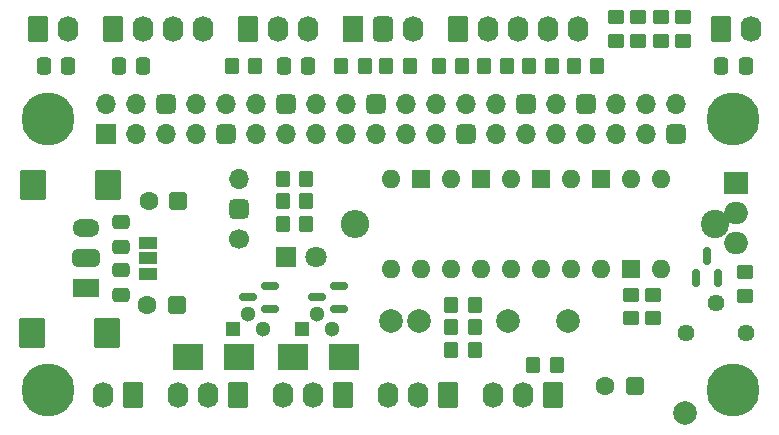
<source format=gbr>
%TF.GenerationSoftware,KiCad,Pcbnew,(6.0.9)*%
%TF.CreationDate,2023-02-09T17:36:23+01:00*%
%TF.ProjectId,piTelex_TW39_2.1.0,70695465-6c65-4785-9f54-5733395f322e,V2.1.0 -JK-*%
%TF.SameCoordinates,Original*%
%TF.FileFunction,Soldermask,Bot*%
%TF.FilePolarity,Negative*%
%FSLAX46Y46*%
G04 Gerber Fmt 4.6, Leading zero omitted, Abs format (unit mm)*
G04 Created by KiCad (PCBNEW (6.0.9)) date 2023-02-09 17:36:23*
%MOMM*%
%LPD*%
G01*
G04 APERTURE LIST*
G04 Aperture macros list*
%AMRoundRect*
0 Rectangle with rounded corners*
0 $1 Rounding radius*
0 $2 $3 $4 $5 $6 $7 $8 $9 X,Y pos of 4 corners*
0 Add a 4 corners polygon primitive as box body*
4,1,4,$2,$3,$4,$5,$6,$7,$8,$9,$2,$3,0*
0 Add four circle primitives for the rounded corners*
1,1,$1+$1,$2,$3*
1,1,$1+$1,$4,$5*
1,1,$1+$1,$6,$7*
1,1,$1+$1,$8,$9*
0 Add four rect primitives between the rounded corners*
20,1,$1+$1,$2,$3,$4,$5,0*
20,1,$1+$1,$4,$5,$6,$7,0*
20,1,$1+$1,$6,$7,$8,$9,0*
20,1,$1+$1,$8,$9,$2,$3,0*%
G04 Aperture macros list end*
%ADD10RoundRect,0.250000X-0.350000X-0.450000X0.350000X-0.450000X0.350000X0.450000X-0.350000X0.450000X0*%
%ADD11RoundRect,0.250000X0.350000X0.450000X-0.350000X0.450000X-0.350000X-0.450000X0.350000X-0.450000X0*%
%ADD12C,2.000000*%
%ADD13C,2.400000*%
%ADD14O,2.400000X2.400000*%
%ADD15RoundRect,0.250000X0.337500X0.475000X-0.337500X0.475000X-0.337500X-0.475000X0.337500X-0.475000X0*%
%ADD16R,1.700000X1.700000*%
%ADD17O,1.700000X1.700000*%
%ADD18RoundRect,0.425000X-0.425000X0.425000X-0.425000X-0.425000X0.425000X-0.425000X0.425000X0.425000X0*%
%ADD19RoundRect,0.250000X-0.450000X0.350000X-0.450000X-0.350000X0.450000X-0.350000X0.450000X0.350000X0*%
%ADD20RoundRect,0.150000X0.587500X0.150000X-0.587500X0.150000X-0.587500X-0.150000X0.587500X-0.150000X0*%
%ADD21R,1.800000X1.800000*%
%ADD22C,1.800000*%
%ADD23RoundRect,0.400000X-0.400000X-0.400000X0.400000X-0.400000X0.400000X0.400000X-0.400000X0.400000X0*%
%ADD24C,1.600000*%
%ADD25R,1.300000X1.300000*%
%ADD26C,1.300000*%
%ADD27R,1.500000X1.000000*%
%ADD28RoundRect,0.250000X0.620000X0.845000X-0.620000X0.845000X-0.620000X-0.845000X0.620000X-0.845000X0*%
%ADD29O,1.740000X2.190000*%
%ADD30R,2.500000X2.300000*%
%ADD31RoundRect,0.250000X0.875000X1.025000X-0.875000X1.025000X-0.875000X-1.025000X0.875000X-1.025000X0*%
%ADD32C,1.440000*%
%ADD33R,2.000000X1.905000*%
%ADD34O,2.000000X1.905000*%
%ADD35RoundRect,0.150000X0.150000X-0.587500X0.150000X0.587500X-0.150000X0.587500X-0.150000X-0.587500X0*%
%ADD36RoundRect,0.250000X0.450000X-0.350000X0.450000X0.350000X-0.450000X0.350000X-0.450000X-0.350000X0*%
%ADD37RoundRect,0.250000X-0.620000X-0.845000X0.620000X-0.845000X0.620000X0.845000X-0.620000X0.845000X0*%
%ADD38R,2.300000X1.500000*%
%ADD39RoundRect,0.375000X0.775000X-0.375000X0.775000X0.375000X-0.775000X0.375000X-0.775000X-0.375000X0*%
%ADD40O,2.300000X1.500000*%
%ADD41RoundRect,0.250000X-0.475000X0.337500X-0.475000X-0.337500X0.475000X-0.337500X0.475000X0.337500X0*%
%ADD42R,1.600000X1.600000*%
%ADD43O,1.600000X1.600000*%
%ADD44C,4.500000*%
%ADD45RoundRect,0.250000X0.475000X-0.337500X0.475000X0.337500X-0.475000X0.337500X-0.475000X-0.337500X0*%
%ADD46R,1.740000X2.190000*%
%ADD47RoundRect,0.435000X-0.435000X-0.660000X0.435000X-0.660000X0.435000X0.660000X-0.435000X0.660000X0*%
%ADD48RoundRect,0.425000X0.425000X0.425000X-0.425000X0.425000X-0.425000X-0.425000X0.425000X-0.425000X0*%
%ADD49C,1.700000*%
%ADD50RoundRect,0.250000X-0.337500X-0.475000X0.337500X-0.475000X0.337500X0.475000X-0.337500X0.475000X0*%
G04 APERTURE END LIST*
D10*
%TO.C,R26*%
X119054000Y-99055000D03*
X121054000Y-99055000D03*
%TD*%
D11*
%TO.C,R25*%
X146581000Y-124328000D03*
X144581000Y-124328000D03*
%TD*%
D12*
%TO.C,TP1*%
X157392000Y-128392000D03*
%TD*%
D13*
%TO.C,R24*%
X159932000Y-112390000D03*
D14*
X129452000Y-112390000D03*
%TD*%
D15*
%TO.C,C13*%
X105216500Y-99055000D03*
X103141500Y-99055000D03*
%TD*%
D16*
%TO.C,J7*%
X108370000Y-104770000D03*
D17*
X108370000Y-102230000D03*
X110910000Y-104770000D03*
X110910000Y-102230000D03*
X113450000Y-104770000D03*
D18*
X113450000Y-102230000D03*
D17*
X115990000Y-104770000D03*
X115990000Y-102230000D03*
D18*
X118530000Y-104770000D03*
D17*
X118530000Y-102230000D03*
X121070000Y-104770000D03*
X121070000Y-102230000D03*
X123610000Y-104770000D03*
D18*
X123610000Y-102230000D03*
D17*
X126150000Y-104770000D03*
X126150000Y-102230000D03*
X128690000Y-104770000D03*
X128690000Y-102230000D03*
X131230000Y-104770000D03*
D18*
X131230000Y-102230000D03*
D17*
X133770000Y-104770000D03*
X133770000Y-102230000D03*
X136310000Y-104770000D03*
X136310000Y-102230000D03*
D18*
X138850000Y-104770000D03*
D17*
X138850000Y-102230000D03*
X141390000Y-104770000D03*
X141390000Y-102230000D03*
X143930000Y-104770000D03*
D18*
X143930000Y-102230000D03*
D17*
X146470000Y-104770000D03*
X146470000Y-102230000D03*
X149010000Y-104770000D03*
D18*
X149010000Y-102230000D03*
D17*
X151550000Y-104770000D03*
X151550000Y-102230000D03*
X154090000Y-104770000D03*
X154090000Y-102230000D03*
D18*
X156630000Y-104770000D03*
D17*
X156630000Y-102230000D03*
%TD*%
D19*
%TO.C,R20*%
X154725000Y-118375000D03*
X154725000Y-120375000D03*
%TD*%
D20*
%TO.C,Q6*%
X122310000Y-117663000D03*
X122310000Y-119563000D03*
X120435000Y-118613000D03*
%TD*%
D21*
%TO.C,D1*%
X123610000Y-115184000D03*
D22*
X126150000Y-115184000D03*
%TD*%
D23*
%TO.C,C5*%
X114534606Y-110485000D03*
D24*
X112034606Y-110485000D03*
%TD*%
%TO.C,C6*%
X111907606Y-119248000D03*
D23*
X114407606Y-119248000D03*
%TD*%
D24*
%TO.C,C9*%
X150661000Y-126106000D03*
D23*
X153161000Y-126106000D03*
%TD*%
D25*
%TO.C,Q2*%
X119165000Y-121280000D03*
D26*
X120435000Y-120010000D03*
X121705000Y-121280000D03*
%TD*%
D25*
%TO.C,Q3*%
X125007000Y-121280000D03*
D26*
X126277000Y-120010000D03*
X127547000Y-121280000D03*
%TD*%
D27*
%TO.C,JP1*%
X111926000Y-116611000D03*
X111926000Y-115311000D03*
X111926000Y-114011000D03*
%TD*%
D28*
%TO.C,J10*%
X119546000Y-126868000D03*
D29*
X117006000Y-126868000D03*
X114466000Y-126868000D03*
%TD*%
D28*
%TO.C,J11*%
X128436000Y-126868000D03*
D29*
X125896000Y-126868000D03*
X123356000Y-126868000D03*
%TD*%
D30*
%TO.C,D3*%
X115364000Y-123693000D03*
X119664000Y-123693000D03*
%TD*%
%TO.C,D2*%
X124215000Y-123693000D03*
X128515000Y-123693000D03*
%TD*%
D31*
%TO.C,C17*%
X108522000Y-121661000D03*
X102122000Y-121661000D03*
%TD*%
D28*
%TO.C,J12*%
X137326000Y-126868000D03*
D29*
X134786000Y-126868000D03*
X132246000Y-126868000D03*
%TD*%
D28*
%TO.C,J13*%
X146216000Y-126868000D03*
D29*
X143676000Y-126868000D03*
X141136000Y-126868000D03*
%TD*%
D32*
%TO.C,RV1*%
X157519000Y-121661000D03*
X160059000Y-119121000D03*
X162599000Y-121661000D03*
%TD*%
D19*
%TO.C,R18*%
X162472000Y-116470000D03*
X162472000Y-118470000D03*
%TD*%
D20*
%TO.C,Q5*%
X126277000Y-118613000D03*
X128152000Y-119563000D03*
X128152000Y-117663000D03*
%TD*%
D33*
%TO.C,Q1*%
X161781000Y-108961000D03*
D34*
X161781000Y-111501000D03*
X161781000Y-114041000D03*
%TD*%
D35*
%TO.C,Q4*%
X160247000Y-117010500D03*
X158347000Y-117010500D03*
X159297000Y-115135500D03*
%TD*%
D36*
%TO.C,R6*%
X155360000Y-96880000D03*
X155360000Y-94880000D03*
%TD*%
D37*
%TO.C,J2*%
X109005000Y-95880000D03*
D29*
X111545000Y-95880000D03*
X114085000Y-95880000D03*
X116625000Y-95880000D03*
%TD*%
D10*
%TO.C,R15*%
X123372000Y-108580000D03*
X125372000Y-108580000D03*
%TD*%
D38*
%TO.C,U6*%
X106680000Y-117851000D03*
D39*
X106680000Y-115311000D03*
D40*
X106680000Y-112771000D03*
%TD*%
D12*
%TO.C,C8*%
X147512700Y-120645000D03*
X132512700Y-120645000D03*
%TD*%
D11*
%TO.C,R13*%
X134135000Y-99055000D03*
X132135000Y-99055000D03*
%TD*%
D41*
%TO.C,C15*%
X109640000Y-112263000D03*
X109640000Y-114338000D03*
%TD*%
D28*
%TO.C,J9*%
X110656000Y-126868000D03*
D29*
X108116000Y-126868000D03*
%TD*%
D15*
%TO.C,C11*%
X125536500Y-99055000D03*
X123461500Y-99055000D03*
%TD*%
D36*
%TO.C,R8*%
X151550000Y-96880000D03*
X151550000Y-94880000D03*
%TD*%
D11*
%TO.C,R22*%
X139608700Y-121153000D03*
X137608700Y-121153000D03*
%TD*%
D37*
%TO.C,J1*%
X102655000Y-95880000D03*
D29*
X105195000Y-95880000D03*
%TD*%
D36*
%TO.C,R5*%
X157265000Y-96880000D03*
X157265000Y-94880000D03*
%TD*%
D42*
%TO.C,U4*%
X150285000Y-108597700D03*
D43*
X147745000Y-108597700D03*
X147745000Y-116217700D03*
X150285000Y-116217700D03*
%TD*%
D44*
%TO.C,H3*%
X103500000Y-126500000D03*
%TD*%
D45*
%TO.C,C16*%
X109640000Y-118380500D03*
X109640000Y-116305500D03*
%TD*%
D37*
%TO.C,J3*%
X120435000Y-95880000D03*
D29*
X122975000Y-95880000D03*
X125515000Y-95880000D03*
%TD*%
D46*
%TO.C,J4*%
X129325000Y-95880000D03*
D47*
X131865000Y-95880000D03*
D29*
X134405000Y-95880000D03*
%TD*%
D15*
%TO.C,C12*%
X111566500Y-99055000D03*
X109491500Y-99055000D03*
%TD*%
D37*
%TO.C,J5*%
X138215000Y-95880000D03*
D29*
X140755000Y-95880000D03*
X143295000Y-95880000D03*
X145835000Y-95880000D03*
X148375000Y-95880000D03*
%TD*%
D11*
%TO.C,R16*%
X125372000Y-110485000D03*
X123372000Y-110485000D03*
%TD*%
D12*
%TO.C,C7*%
X142432700Y-120645000D03*
X134932700Y-120645000D03*
%TD*%
D11*
%TO.C,R11*%
X140390000Y-99055000D03*
X142390000Y-99055000D03*
%TD*%
%TO.C,R17*%
X125372000Y-112390000D03*
X123372000Y-112390000D03*
%TD*%
D10*
%TO.C,R14*%
X128325000Y-99055000D03*
X130325000Y-99055000D03*
%TD*%
D37*
%TO.C,J6*%
X160440000Y-95880000D03*
D29*
X162980000Y-95880000D03*
%TD*%
D44*
%TO.C,H2*%
X161500000Y-103500000D03*
%TD*%
D11*
%TO.C,R12*%
X136580000Y-99055000D03*
X138580000Y-99055000D03*
%TD*%
D44*
%TO.C,H4*%
X161500000Y-126500000D03*
%TD*%
D17*
%TO.C,J8*%
X119673000Y-108565000D03*
D48*
X119673000Y-111105000D03*
D49*
X119673000Y-113645000D03*
%TD*%
D42*
%TO.C,U5*%
X152827700Y-116195000D03*
D43*
X155367700Y-116195000D03*
X155367700Y-108575000D03*
X152827700Y-108575000D03*
%TD*%
D11*
%TO.C,R23*%
X137608700Y-123058000D03*
X139608700Y-123058000D03*
%TD*%
D44*
%TO.C,H1*%
X103500000Y-103500000D03*
%TD*%
D11*
%TO.C,R19*%
X139608700Y-119248000D03*
X137608700Y-119248000D03*
%TD*%
D31*
%TO.C,C14*%
X108610000Y-109088000D03*
X102210000Y-109088000D03*
%TD*%
D11*
%TO.C,R10*%
X146200000Y-99055000D03*
X144200000Y-99055000D03*
%TD*%
D19*
%TO.C,R21*%
X152832700Y-118375000D03*
X152832700Y-120375000D03*
%TD*%
D42*
%TO.C,U2*%
X140120000Y-108587700D03*
D43*
X137580000Y-108587700D03*
X137580000Y-116207700D03*
X140120000Y-116207700D03*
%TD*%
%TO.C,U3*%
X145205000Y-116217700D03*
X142665000Y-116217700D03*
X142665000Y-108597700D03*
D42*
X145205000Y-108597700D03*
%TD*%
D50*
%TO.C,C10*%
X160485000Y-99055000D03*
X162560000Y-99055000D03*
%TD*%
D42*
%TO.C,U1*%
X135045000Y-108597700D03*
D43*
X132505000Y-108597700D03*
X132505000Y-116217700D03*
X135045000Y-116217700D03*
%TD*%
D11*
%TO.C,R9*%
X150010000Y-99055000D03*
X148010000Y-99055000D03*
%TD*%
D36*
%TO.C,R7*%
X153455000Y-96880000D03*
X153455000Y-94880000D03*
%TD*%
M02*

</source>
